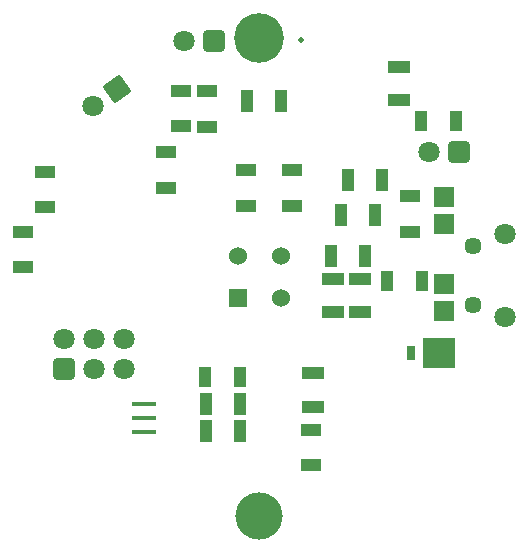
<source format=gbs>
G04*
G04 #@! TF.GenerationSoftware,Altium Limited,Altium Designer,18.1.9 (240)*
G04*
G04 Layer_Color=16711935*
%FSLAX25Y25*%
%MOIN*%
G70*
G01*
G75*
%ADD15R,0.03000X0.05000*%
%ADD16R,0.10512X0.10000*%
%ADD18R,0.06890X0.06693*%
%ADD32R,0.07362X0.04055*%
%ADD34R,0.07087X0.04134*%
%ADD35R,0.04055X0.07362*%
G04:AMPARAMS|DCode=36|XSize=70.87mil|YSize=70.87mil|CornerRadius=8.86mil|HoleSize=0mil|Usage=FLASHONLY|Rotation=180.000|XOffset=0mil|YOffset=0mil|HoleType=Round|Shape=RoundedRectangle|*
%AMROUNDEDRECTD36*
21,1,0.07087,0.05315,0,0,180.0*
21,1,0.05315,0.07087,0,0,180.0*
1,1,0.01772,-0.02657,0.02657*
1,1,0.01772,0.02657,0.02657*
1,1,0.01772,0.02657,-0.02657*
1,1,0.01772,-0.02657,-0.02657*
%
%ADD36ROUNDEDRECTD36*%
%ADD37C,0.07087*%
%ADD38C,0.05709*%
G04:AMPARAMS|DCode=39|XSize=70.87mil|YSize=70.87mil|CornerRadius=8.86mil|HoleSize=0mil|Usage=FLASHONLY|Rotation=215.000|XOffset=0mil|YOffset=0mil|HoleType=Round|Shape=RoundedRectangle|*
%AMROUNDEDRECTD39*
21,1,0.07087,0.05315,0,0,215.0*
21,1,0.05315,0.07087,0,0,215.0*
1,1,0.01772,-0.03701,0.00653*
1,1,0.01772,0.00653,0.03701*
1,1,0.01772,0.03701,-0.00653*
1,1,0.01772,-0.00653,-0.03701*
%
%ADD39ROUNDEDRECTD39*%
%ADD40C,0.06000*%
%ADD41R,0.06000X0.06000*%
%ADD42C,0.01968*%
%ADD43C,0.16548*%
%ADD44C,0.15748*%
%ADD48R,0.04134X0.07087*%
%ADD49R,0.07874X0.01575*%
D15*
X50644Y-25300D02*
D03*
D16*
X59900D02*
D03*
D18*
X61437Y-2264D02*
D03*
Y-11319D02*
D03*
X61614Y26589D02*
D03*
Y17534D02*
D03*
D32*
X17717Y-32008D02*
D03*
Y-43189D02*
D03*
X46457Y70157D02*
D03*
Y58976D02*
D03*
X33563Y-512D02*
D03*
Y-11693D02*
D03*
X24400Y-509D02*
D03*
Y-11691D02*
D03*
D34*
X10827Y35626D02*
D03*
Y23815D02*
D03*
X-4476Y35626D02*
D03*
Y23815D02*
D03*
X17224Y-62697D02*
D03*
Y-50886D02*
D03*
X-26280Y62106D02*
D03*
Y50295D02*
D03*
X-78740Y3248D02*
D03*
Y15059D02*
D03*
X-17323Y50098D02*
D03*
Y61910D02*
D03*
X-31299Y41535D02*
D03*
Y29724D02*
D03*
X50341Y26903D02*
D03*
Y15092D02*
D03*
X-71468Y23230D02*
D03*
Y35041D02*
D03*
D35*
X-17819Y-42323D02*
D03*
X-6638D02*
D03*
X-17819Y-51181D02*
D03*
X-6638D02*
D03*
X40753Y32283D02*
D03*
X29572D02*
D03*
X38391Y20768D02*
D03*
X27209D02*
D03*
X23910Y7100D02*
D03*
X35091D02*
D03*
X-4016Y58661D02*
D03*
X7165D02*
D03*
D36*
X-15295Y78740D02*
D03*
X-65043Y-30709D02*
D03*
X66535Y41732D02*
D03*
D37*
X-25295Y78740D02*
D03*
X-65043Y-20709D02*
D03*
X-55043Y-30709D02*
D03*
X-45043D02*
D03*
Y-20709D02*
D03*
X-55043D02*
D03*
X81693Y-13189D02*
D03*
Y14370D02*
D03*
X56535Y41732D02*
D03*
X-55610Y57087D02*
D03*
D38*
X71063Y10433D02*
D03*
Y-9252D02*
D03*
D39*
X-47419Y62822D02*
D03*
D40*
X-7071Y7002D02*
D03*
X7071D02*
D03*
Y-7140D02*
D03*
D41*
X-7071D02*
D03*
D42*
X13780Y79059D02*
D03*
X-17717Y62205D02*
D03*
D43*
X0Y79724D02*
D03*
D44*
Y-79724D02*
D03*
D48*
X-18134Y-33465D02*
D03*
X-6323D02*
D03*
X53839Y51988D02*
D03*
X65650D02*
D03*
X54213Y-1379D02*
D03*
X42402D02*
D03*
D49*
X-38500Y-51624D02*
D03*
Y-46900D02*
D03*
Y-42176D02*
D03*
M02*

</source>
